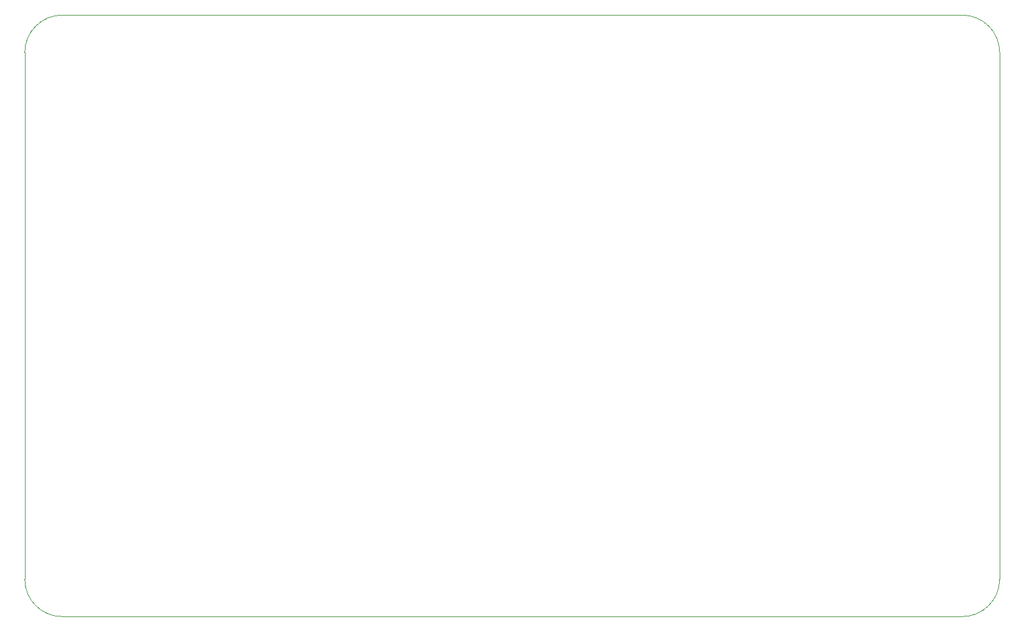
<source format=gm1>
%TF.GenerationSoftware,KiCad,Pcbnew,9.0.7-9.0.7~ubuntu24.04.1*%
%TF.CreationDate,2026-01-12T12:44:33+02:00*%
%TF.ProjectId,HCP65 40 Pin Tester,48435036-3520-4343-9020-50696e205465,V1*%
%TF.SameCoordinates,Original*%
%TF.FileFunction,Profile,NP*%
%FSLAX46Y46*%
G04 Gerber Fmt 4.6, Leading zero omitted, Abs format (unit mm)*
G04 Created by KiCad (PCBNEW 9.0.7-9.0.7~ubuntu24.04.1) date 2026-01-12 12:44:33*
%MOMM*%
%LPD*%
G01*
G04 APERTURE LIST*
%TA.AperFunction,Profile*%
%ADD10C,0.100000*%
%TD*%
G04 APERTURE END LIST*
D10*
X110183501Y-66294001D02*
X-12009995Y-66293504D01*
X115263501Y-61214001D02*
X115264550Y10414503D01*
X-11987614Y15495000D02*
X110184549Y15494503D01*
X-17090002Y-61213504D02*
X-17090000Y10414000D01*
X115263501Y-61214000D02*
G75*
G02*
X110183501Y-66294001I-5080001J0D01*
G01*
X-12010002Y-66293504D02*
G75*
G02*
X-17090002Y-61213504I8J5080008D01*
G01*
X-17090000Y10414000D02*
G75*
G02*
X-11987614Y15495000I5081045J0D01*
G01*
X110184549Y15494503D02*
G75*
G02*
X115264503Y10414503I51J-5079903D01*
G01*
M02*

</source>
